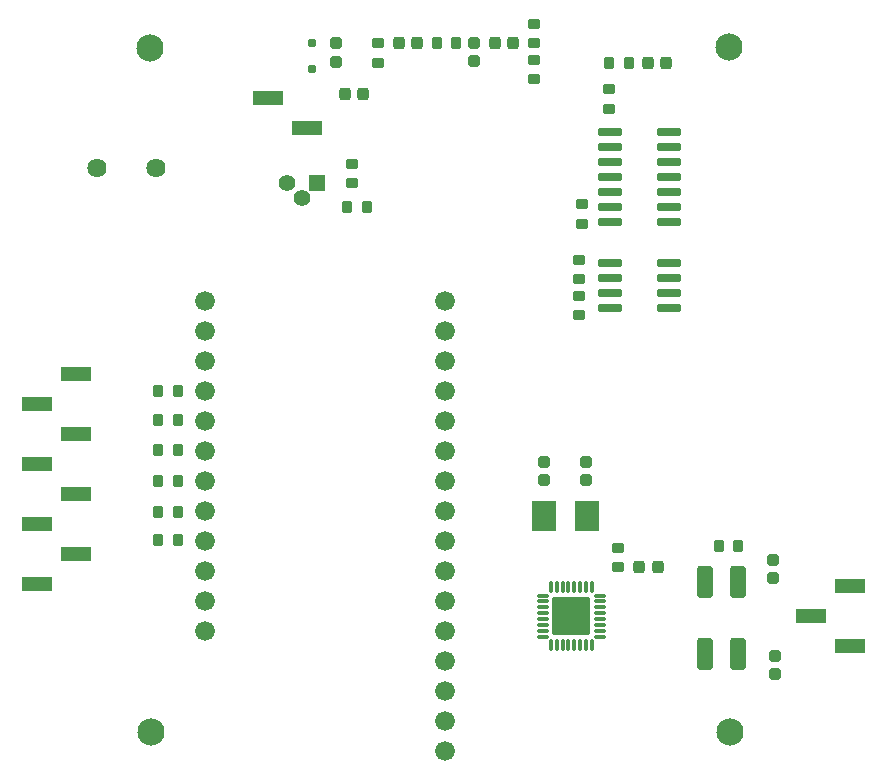
<source format=gts>
%TF.GenerationSoftware,KiCad,Pcbnew,(6.0.4-0)*%
%TF.CreationDate,2022-04-21T22:45:57-07:00*%
%TF.ProjectId,Labpass RFID Reader,4c616270-6173-4732-9052-464944205265,0.1.0*%
%TF.SameCoordinates,Original*%
%TF.FileFunction,Soldermask,Top*%
%TF.FilePolarity,Negative*%
%FSLAX46Y46*%
G04 Gerber Fmt 4.6, Leading zero omitted, Abs format (unit mm)*
G04 Created by KiCad (PCBNEW (6.0.4-0)) date 2022-04-21 22:45:57*
%MOMM*%
%LPD*%
G01*
G04 APERTURE LIST*
G04 Aperture macros list*
%AMRoundRect*
0 Rectangle with rounded corners*
0 $1 Rounding radius*
0 $2 $3 $4 $5 $6 $7 $8 $9 X,Y pos of 4 corners*
0 Add a 4 corners polygon primitive as box body*
4,1,4,$2,$3,$4,$5,$6,$7,$8,$9,$2,$3,0*
0 Add four circle primitives for the rounded corners*
1,1,$1+$1,$2,$3*
1,1,$1+$1,$4,$5*
1,1,$1+$1,$6,$7*
1,1,$1+$1,$8,$9*
0 Add four rect primitives between the rounded corners*
20,1,$1+$1,$2,$3,$4,$5,0*
20,1,$1+$1,$4,$5,$6,$7,0*
20,1,$1+$1,$6,$7,$8,$9,0*
20,1,$1+$1,$8,$9,$2,$3,0*%
G04 Aperture macros list end*
%ADD10RoundRect,0.113300X0.062500X-0.375000X0.062500X0.375000X-0.062500X0.375000X-0.062500X-0.375000X0*%
%ADD11RoundRect,0.113300X0.375000X-0.062500X0.375000X0.062500X-0.375000X0.062500X-0.375000X-0.062500X0*%
%ADD12RoundRect,0.050800X1.550000X-1.550000X1.550000X1.550000X-1.550000X1.550000X-1.550000X-1.550000X0*%
%ADD13RoundRect,0.250800X0.200000X0.275000X-0.200000X0.275000X-0.200000X-0.275000X0.200000X-0.275000X0*%
%ADD14RoundRect,0.275800X0.225000X0.250000X-0.225000X0.250000X-0.225000X-0.250000X0.225000X-0.250000X0*%
%ADD15RoundRect,0.050800X0.250000X-0.250000X0.250000X0.250000X-0.250000X0.250000X-0.250000X-0.250000X0*%
%ADD16RoundRect,0.050800X1.000000X1.200000X-1.000000X1.200000X-1.000000X-1.200000X1.000000X-1.200000X0*%
%ADD17C,1.625600*%
%ADD18RoundRect,0.300800X-0.375000X-1.075000X0.375000X-1.075000X0.375000X1.075000X-0.375000X1.075000X0*%
%ADD19RoundRect,0.275800X-0.225000X-0.250000X0.225000X-0.250000X0.225000X0.250000X-0.225000X0.250000X0*%
%ADD20RoundRect,0.050800X1.255000X0.500000X-1.255000X0.500000X-1.255000X-0.500000X1.255000X-0.500000X0*%
%ADD21C,2.301600*%
%ADD22RoundRect,0.250800X-0.200000X-0.275000X0.200000X-0.275000X0.200000X0.275000X-0.200000X0.275000X0*%
%ADD23RoundRect,0.050800X0.650000X0.650000X-0.650000X0.650000X-0.650000X-0.650000X0.650000X-0.650000X0*%
%ADD24C,1.401600*%
%ADD25RoundRect,0.250800X-0.275000X0.200000X-0.275000X-0.200000X0.275000X-0.200000X0.275000X0.200000X0*%
%ADD26RoundRect,0.050800X-1.255000X-0.500000X1.255000X-0.500000X1.255000X0.500000X-1.255000X0.500000X0*%
%ADD27RoundRect,0.250800X0.275000X-0.200000X0.275000X0.200000X-0.275000X0.200000X-0.275000X-0.200000X0*%
%ADD28RoundRect,0.275800X-0.250000X0.225000X-0.250000X-0.225000X0.250000X-0.225000X0.250000X0.225000X0*%
%ADD29RoundRect,0.275800X0.250000X-0.225000X0.250000X0.225000X-0.250000X0.225000X-0.250000X-0.225000X0*%
%ADD30RoundRect,0.200800X-0.825000X-0.150000X0.825000X-0.150000X0.825000X0.150000X-0.825000X0.150000X0*%
%ADD31C,1.676400*%
%ADD32RoundRect,0.300800X0.375000X1.075000X-0.375000X1.075000X-0.375000X-1.075000X0.375000X-1.075000X0*%
G04 APERTURE END LIST*
D10*
%TO.C,U4*%
X152683169Y-116837669D03*
X153183169Y-116837669D03*
X153683169Y-116837669D03*
X154183169Y-116837669D03*
X154683169Y-116837669D03*
X155183169Y-116837669D03*
X155683169Y-116837669D03*
X156183169Y-116837669D03*
D11*
X156870669Y-116150169D03*
X156870669Y-115650169D03*
X156870669Y-115150169D03*
X156870669Y-114650169D03*
X156870669Y-114150169D03*
X156870669Y-113650169D03*
X156870669Y-113150169D03*
X156870669Y-112650169D03*
D10*
X156183169Y-111962669D03*
X155683169Y-111962669D03*
X155183169Y-111962669D03*
X154683169Y-111962669D03*
X154183169Y-111962669D03*
X153683169Y-111962669D03*
X153183169Y-111962669D03*
X152683169Y-111962669D03*
D11*
X151995669Y-112650169D03*
X151995669Y-113150169D03*
X151995669Y-113650169D03*
X151995669Y-114150169D03*
X151995669Y-114650169D03*
X151995669Y-115150169D03*
X151995669Y-115650169D03*
X151995669Y-116150169D03*
D12*
X154433169Y-114400169D03*
%TD*%
D13*
%TO.C,R15*%
X121091182Y-100360280D03*
X119441182Y-100360280D03*
%TD*%
D14*
%TO.C,C4*%
X149516169Y-65882169D03*
X147966169Y-65882169D03*
%TD*%
D15*
%TO.C,D1*%
X132483169Y-68110169D03*
X132483169Y-65910169D03*
%TD*%
D16*
%TO.C,Y1*%
X155775169Y-105922169D03*
X152075169Y-105922169D03*
%TD*%
D17*
%TO.C,BZ1*%
X119250169Y-76456169D03*
X114250169Y-76456169D03*
%TD*%
D18*
%TO.C,L2*%
X165733169Y-111510169D03*
X168533169Y-111510169D03*
%TD*%
D19*
%TO.C,C19*%
X160184169Y-110238169D03*
X161734169Y-110238169D03*
%TD*%
%TO.C,C8*%
X135234865Y-70228169D03*
X136784865Y-70228169D03*
%TD*%
D20*
%TO.C,L1*%
X132055000Y-73070000D03*
X128745000Y-70530000D03*
%TD*%
D13*
%TO.C,R20*%
X121091182Y-107960280D03*
X119441182Y-107960280D03*
%TD*%
D21*
%TO.C,REF\u002A\u002A*%
X118779296Y-66252193D03*
%TD*%
%TO.C,REF\u002A\u002A*%
X118819296Y-124232193D03*
%TD*%
%TO.C,REF\u002A\u002A*%
X167829296Y-124222193D03*
%TD*%
D22*
%TO.C,R14*%
X166916169Y-108460169D03*
X168566169Y-108460169D03*
%TD*%
%TO.C,R5*%
X157644169Y-67566169D03*
X159294169Y-67566169D03*
%TD*%
D23*
%TO.C,Q1*%
X132866182Y-77760280D03*
D24*
X131596182Y-79030280D03*
X130326182Y-77760280D03*
%TD*%
D25*
%TO.C,R4*%
X157644169Y-69789169D03*
X157644169Y-71439169D03*
%TD*%
D13*
%TO.C,R10*%
X137091182Y-79760280D03*
X135441182Y-79760280D03*
%TD*%
D25*
%TO.C,R3*%
X155104169Y-87252169D03*
X155104169Y-88902169D03*
%TD*%
D13*
%TO.C,R16*%
X121091182Y-95360280D03*
X119441182Y-95360280D03*
%TD*%
D26*
%TO.C,J2*%
X112455000Y-93910000D03*
X109145000Y-96450000D03*
X112455000Y-98990000D03*
X109145000Y-101530000D03*
X112455000Y-104070000D03*
X109145000Y-106610000D03*
X112455000Y-109150000D03*
X109145000Y-111690000D03*
%TD*%
D27*
%TO.C,R9*%
X138086169Y-67532169D03*
X138086169Y-65882169D03*
%TD*%
D14*
%TO.C,C3*%
X162476169Y-67566169D03*
X160926169Y-67566169D03*
%TD*%
D28*
%TO.C,C17*%
X155703169Y-101322169D03*
X155703169Y-102872169D03*
%TD*%
D13*
%TO.C,R18*%
X121091182Y-102960280D03*
X119441182Y-102960280D03*
%TD*%
D25*
%TO.C,R7*%
X151294169Y-67280169D03*
X151294169Y-68930169D03*
%TD*%
D29*
%TO.C,C18*%
X152147169Y-102872169D03*
X152147169Y-101322169D03*
%TD*%
D20*
%TO.C,J1*%
X178055000Y-116940000D03*
X174745000Y-114400000D03*
X178055000Y-111860000D03*
%TD*%
D13*
%TO.C,R8*%
X144690169Y-65882169D03*
X143040169Y-65882169D03*
%TD*%
D19*
%TO.C,C6*%
X139838169Y-65882169D03*
X141388169Y-65882169D03*
%TD*%
D30*
%TO.C,U3*%
X157709169Y-73408169D03*
X157709169Y-74678169D03*
X157709169Y-75948169D03*
X157709169Y-77218169D03*
X157709169Y-78488169D03*
X157709169Y-79758169D03*
X157709169Y-81028169D03*
X162659169Y-81028169D03*
X162659169Y-79758169D03*
X162659169Y-78488169D03*
X162659169Y-77218169D03*
X162659169Y-75948169D03*
X162659169Y-74678169D03*
X162659169Y-73408169D03*
%TD*%
D13*
%TO.C,R17*%
X121091182Y-97760280D03*
X119441182Y-97760280D03*
%TD*%
D31*
%TO.C,U1*%
X143686169Y-123235419D03*
X123366169Y-105455419D03*
X123366169Y-107995419D03*
X123366169Y-92755419D03*
X123366169Y-97835419D03*
X143686169Y-87675419D03*
X123366169Y-102915419D03*
X123366169Y-95295419D03*
X123366169Y-100375419D03*
X143686169Y-115615419D03*
X143686169Y-113075419D03*
X143686169Y-110535419D03*
X143686169Y-107995419D03*
X143686169Y-105455419D03*
X143686169Y-102915419D03*
X123366169Y-115615419D03*
X123366169Y-113075419D03*
X143686169Y-118155419D03*
X143686169Y-95295419D03*
X143686169Y-97835419D03*
X143686169Y-120695419D03*
X143686169Y-125775419D03*
X143686169Y-92755419D03*
X143686169Y-100375419D03*
X123366169Y-90215419D03*
X123366169Y-87675419D03*
X143686169Y-90215419D03*
X123366169Y-110535419D03*
%TD*%
D29*
%TO.C,C20*%
X171526169Y-111172169D03*
X171526169Y-109622169D03*
%TD*%
D30*
%TO.C,U2*%
X157709169Y-84457169D03*
X157709169Y-85727169D03*
X157709169Y-86997169D03*
X157709169Y-88267169D03*
X162659169Y-88267169D03*
X162659169Y-86997169D03*
X162659169Y-85727169D03*
X162659169Y-84457169D03*
%TD*%
D21*
%TO.C,REF\u002A\u002A*%
X167789296Y-66232193D03*
%TD*%
D13*
%TO.C,R19*%
X121091182Y-105560280D03*
X119441182Y-105560280D03*
%TD*%
D29*
%TO.C,C21*%
X171626169Y-119322169D03*
X171626169Y-117772169D03*
%TD*%
D27*
%TO.C,R11*%
X135851182Y-77760280D03*
X135851182Y-76110280D03*
%TD*%
D25*
%TO.C,R1*%
X155358169Y-79504169D03*
X155358169Y-81154169D03*
%TD*%
D32*
%TO.C,L3*%
X168533169Y-117604169D03*
X165733169Y-117604169D03*
%TD*%
D28*
%TO.C,C5*%
X146214169Y-65882169D03*
X146214169Y-67432169D03*
%TD*%
D25*
%TO.C,R2*%
X155104169Y-84204169D03*
X155104169Y-85854169D03*
%TD*%
D28*
%TO.C,C7*%
X134530169Y-65910169D03*
X134530169Y-67460169D03*
%TD*%
D25*
%TO.C,R6*%
X151294169Y-64232169D03*
X151294169Y-65882169D03*
%TD*%
%TO.C,R13*%
X158406169Y-108588169D03*
X158406169Y-110238169D03*
%TD*%
M02*

</source>
